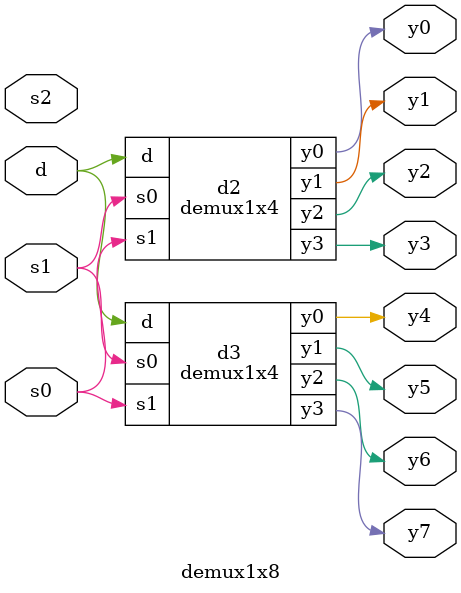
<source format=v>
module demux1x4(
	input d, s0, s1,
	output y0, y1, y2, y3
);
	assign y0 = d & (~s1) & (~s0);
	assign y1 = d & (~s1) & (s0);
	assign y2 = d & (s1) & (~s0);
	assign y3 = d & (s1) & (s0);
endmodule

module demux1x2(
	input d, s0,
	output y0, y1
);
	assign y0 = d & (~s0);
	assign y1 = d & (s0);
endmodule

module demux1x8(
	input d, s0, s1, s2,
	output y0, y1, y2, y3, y4, y5, y6, y7
);
	wire w1, w2;
	demux1x2 d1(d, s2, w1, w2);
	demux1x4 d2(d, s1, s0, y0, y1, y2, y3);
	demux1x4 d3(d, s1, s0, y4, y5, y6, y7);
endmodule
</source>
